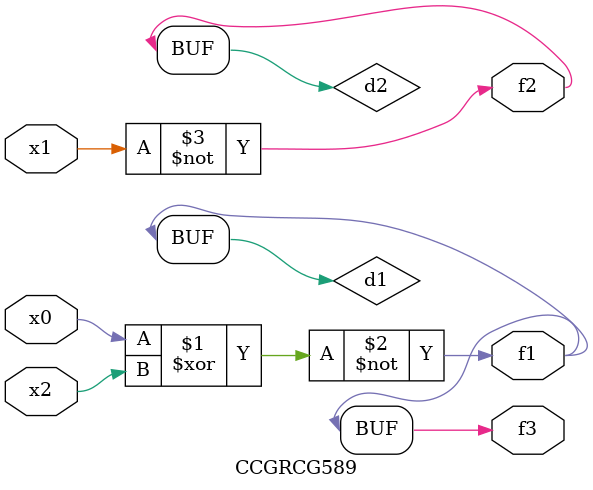
<source format=v>
module CCGRCG589(
	input x0, x1, x2,
	output f1, f2, f3
);

	wire d1, d2, d3;

	xnor (d1, x0, x2);
	nand (d2, x1);
	nor (d3, x1, x2);
	assign f1 = d1;
	assign f2 = d2;
	assign f3 = d1;
endmodule

</source>
